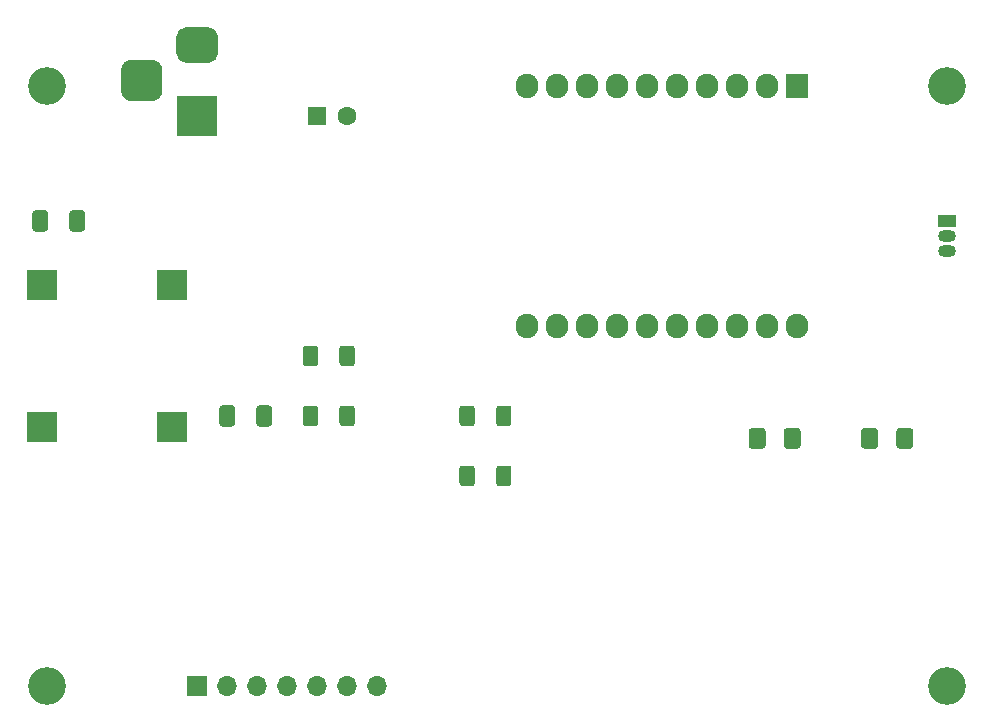
<source format=gbr>
From 751e664a28892fd92694abf3d821d068013e9453 Mon Sep 17 00:00:00 2001
From: Blaise Thompson <blaise@untzag.com>
Date: Mon, 8 Mar 2021 13:21:37 -0600
Subject: initial commit

---
 gerber/weather-F_Mask.gbr | 546 ++++++++++++++++++++++++++++++++++++++++++++++
 1 file changed, 546 insertions(+)
 create mode 100644 gerber/weather-F_Mask.gbr

(limited to 'gerber/weather-F_Mask.gbr')

diff --git a/gerber/weather-F_Mask.gbr b/gerber/weather-F_Mask.gbr
new file mode 100644
index 0000000..4af8ae8
--- /dev/null
+++ b/gerber/weather-F_Mask.gbr
@@ -0,0 +1,546 @@
+%TF.GenerationSoftware,KiCad,Pcbnew,5.1.8+dfsg1-1+b1*%
+%TF.CreationDate,2020-12-29T15:19:21-06:00*%
+%TF.ProjectId,weather,77656174-6865-4722-9e6b-696361645f70,1.1.0*%
+%TF.SameCoordinates,Original*%
+%TF.FileFunction,Soldermask,Top*%
+%TF.FilePolarity,Negative*%
+%FSLAX46Y46*%
+G04 Gerber Fmt 4.6, Leading zero omitted, Abs format (unit mm)*
+G04 Created by KiCad (PCBNEW 5.1.8+dfsg1-1+b1) date 2020-12-29 15:19:21*
+%MOMM*%
+%LPD*%
+G01*
+G04 APERTURE LIST*
+%ADD10C,1.600000*%
+%ADD11R,1.600000X1.600000*%
+%ADD12R,2.500000X2.500000*%
+%ADD13R,1.500000X1.050000*%
+%ADD14O,1.500000X1.050000*%
+%ADD15O,1.700000X1.700000*%
+%ADD16R,1.700000X1.700000*%
+%ADD17R,3.500000X3.500000*%
+%ADD18O,1.900000X2.100000*%
+%ADD19R,1.900000X2.100000*%
+%ADD20C,3.200000*%
+G04 APERTURE END LIST*
+D10*
+%TO.C,C1*%
+X76160000Y-53340000D03*
+D11*
+X73660000Y-53340000D03*
+%TD*%
+D12*
+%TO.C,PS1*%
+X50380000Y-79660000D03*
+X61380000Y-79660000D03*
+X61380000Y-67660000D03*
+X50380000Y-67660000D03*
+%TD*%
+%TO.C,R4*%
+G36*
+G01*
+X75550000Y-79365001D02*
+X75550000Y-78114999D01*
+G75*
+G02*
+X75799999Y-77865000I249999J0D01*
+G01*
+X76600001Y-77865000D01*
+G75*
+G02*
+X76850000Y-78114999I0J-249999D01*
+G01*
+X76850000Y-79365001D01*
+G75*
+G02*
+X76600001Y-79615000I-249999J0D01*
+G01*
+X75799999Y-79615000D01*
+G75*
+G02*
+X75550000Y-79365001I0J249999D01*
+G01*
+G37*
+G36*
+G01*
+X72450000Y-79365001D02*
+X72450000Y-78114999D01*
+G75*
+G02*
+X72699999Y-77865000I249999J0D01*
+G01*
+X73500001Y-77865000D01*
+G75*
+G02*
+X73750000Y-78114999I0J-249999D01*
+G01*
+X73750000Y-79365001D01*
+G75*
+G02*
+X73500001Y-79615000I-249999J0D01*
+G01*
+X72699999Y-79615000D01*
+G75*
+G02*
+X72450000Y-79365001I0J249999D01*
+G01*
+G37*
+%TD*%
+%TO.C,R3*%
+G36*
+G01*
+X75550000Y-74285001D02*
+X75550000Y-73034999D01*
+G75*
+G02*
+X75799999Y-72785000I249999J0D01*
+G01*
+X76600001Y-72785000D01*
+G75*
+G02*
+X76850000Y-73034999I0J-249999D01*
+G01*
+X76850000Y-74285001D01*
+G75*
+G02*
+X76600001Y-74535000I-249999J0D01*
+G01*
+X75799999Y-74535000D01*
+G75*
+G02*
+X75550000Y-74285001I0J249999D01*
+G01*
+G37*
+G36*
+G01*
+X72450000Y-74285001D02*
+X72450000Y-73034999D01*
+G75*
+G02*
+X72699999Y-72785000I249999J0D01*
+G01*
+X73500001Y-72785000D01*
+G75*
+G02*
+X73750000Y-73034999I0J-249999D01*
+G01*
+X73750000Y-74285001D01*
+G75*
+G02*
+X73500001Y-74535000I-249999J0D01*
+G01*
+X72699999Y-74535000D01*
+G75*
+G02*
+X72450000Y-74285001I0J249999D01*
+G01*
+G37*
+%TD*%
+D13*
+%TO.C,Q1*%
+X127000000Y-62230000D03*
+D14*
+X127000000Y-64770000D03*
+X127000000Y-63500000D03*
+%TD*%
+%TO.C,C3*%
+G36*
+G01*
+X68502500Y-79390003D02*
+X68502500Y-78089997D01*
+G75*
+G02*
+X68752497Y-77840000I249997J0D01*
+G01*
+X69577503Y-77840000D01*
+G75*
+G02*
+X69827500Y-78089997I0J-249997D01*
+G01*
+X69827500Y-79390003D01*
+G75*
+G02*
+X69577503Y-79640000I-249997J0D01*
+G01*
+X68752497Y-79640000D01*
+G75*
+G02*
+X68502500Y-79390003I0J249997D01*
+G01*
+G37*
+G36*
+G01*
+X65377500Y-79390003D02*
+X65377500Y-78089997D01*
+G75*
+G02*
+X65627497Y-77840000I249997J0D01*
+G01*
+X66452503Y-77840000D01*
+G75*
+G02*
+X66702500Y-78089997I0J-249997D01*
+G01*
+X66702500Y-79390003D01*
+G75*
+G02*
+X66452503Y-79640000I-249997J0D01*
+G01*
+X65627497Y-79640000D01*
+G75*
+G02*
+X65377500Y-79390003I0J249997D01*
+G01*
+G37*
+%TD*%
+%TO.C,C2*%
+G36*
+G01*
+X52677500Y-62880003D02*
+X52677500Y-61579997D01*
+G75*
+G02*
+X52927497Y-61330000I249997J0D01*
+G01*
+X53752503Y-61330000D01*
+G75*
+G02*
+X54002500Y-61579997I0J-249997D01*
+G01*
+X54002500Y-62880003D01*
+G75*
+G02*
+X53752503Y-63130000I-249997J0D01*
+G01*
+X52927497Y-63130000D01*
+G75*
+G02*
+X52677500Y-62880003I0J249997D01*
+G01*
+G37*
+G36*
+G01*
+X49552500Y-62880003D02*
+X49552500Y-61579997D01*
+G75*
+G02*
+X49802497Y-61330000I249997J0D01*
+G01*
+X50627503Y-61330000D01*
+G75*
+G02*
+X50877500Y-61579997I0J-249997D01*
+G01*
+X50877500Y-62880003D01*
+G75*
+G02*
+X50627503Y-63130000I-249997J0D01*
+G01*
+X49802497Y-63130000D01*
+G75*
+G02*
+X49552500Y-62880003I0J249997D01*
+G01*
+G37*
+%TD*%
+%TO.C,R2*%
+G36*
+G01*
+X88810000Y-84445001D02*
+X88810000Y-83194999D01*
+G75*
+G02*
+X89059999Y-82945000I249999J0D01*
+G01*
+X89860001Y-82945000D01*
+G75*
+G02*
+X90110000Y-83194999I0J-249999D01*
+G01*
+X90110000Y-84445001D01*
+G75*
+G02*
+X89860001Y-84695000I-249999J0D01*
+G01*
+X89059999Y-84695000D01*
+G75*
+G02*
+X88810000Y-84445001I0J249999D01*
+G01*
+G37*
+G36*
+G01*
+X85710000Y-84445001D02*
+X85710000Y-83194999D01*
+G75*
+G02*
+X85959999Y-82945000I249999J0D01*
+G01*
+X86760001Y-82945000D01*
+G75*
+G02*
+X87010000Y-83194999I0J-249999D01*
+G01*
+X87010000Y-84445001D01*
+G75*
+G02*
+X86760001Y-84695000I-249999J0D01*
+G01*
+X85959999Y-84695000D01*
+G75*
+G02*
+X85710000Y-84445001I0J249999D01*
+G01*
+G37*
+%TD*%
+%TO.C,R1*%
+G36*
+G01*
+X88810000Y-79365001D02*
+X88810000Y-78114999D01*
+G75*
+G02*
+X89059999Y-77865000I249999J0D01*
+G01*
+X89860001Y-77865000D01*
+G75*
+G02*
+X90110000Y-78114999I0J-249999D01*
+G01*
+X90110000Y-79365001D01*
+G75*
+G02*
+X89860001Y-79615000I-249999J0D01*
+G01*
+X89059999Y-79615000D01*
+G75*
+G02*
+X88810000Y-79365001I0J249999D01*
+G01*
+G37*
+G36*
+G01*
+X85710000Y-79365001D02*
+X85710000Y-78114999D01*
+G75*
+G02*
+X85959999Y-77865000I249999J0D01*
+G01*
+X86760001Y-77865000D01*
+G75*
+G02*
+X87010000Y-78114999I0J-249999D01*
+G01*
+X87010000Y-79365001D01*
+G75*
+G02*
+X86760001Y-79615000I-249999J0D01*
+G01*
+X85959999Y-79615000D01*
+G75*
+G02*
+X85710000Y-79365001I0J249999D01*
+G01*
+G37*
+%TD*%
+%TO.C,D2*%
+G36*
+G01*
+X121145000Y-80020000D02*
+X121145000Y-81270000D01*
+G75*
+G02*
+X120895000Y-81520000I-250000J0D01*
+G01*
+X119970000Y-81520000D01*
+G75*
+G02*
+X119720000Y-81270000I0J250000D01*
+G01*
+X119720000Y-80020000D01*
+G75*
+G02*
+X119970000Y-79770000I250000J0D01*
+G01*
+X120895000Y-79770000D01*
+G75*
+G02*
+X121145000Y-80020000I0J-250000D01*
+G01*
+G37*
+G36*
+G01*
+X124120000Y-80020000D02*
+X124120000Y-81270000D01*
+G75*
+G02*
+X123870000Y-81520000I-250000J0D01*
+G01*
+X122945000Y-81520000D01*
+G75*
+G02*
+X122695000Y-81270000I0J250000D01*
+G01*
+X122695000Y-80020000D01*
+G75*
+G02*
+X122945000Y-79770000I250000J0D01*
+G01*
+X123870000Y-79770000D01*
+G75*
+G02*
+X124120000Y-80020000I0J-250000D01*
+G01*
+G37*
+%TD*%
+%TO.C,D1*%
+G36*
+G01*
+X111620000Y-80020000D02*
+X111620000Y-81270000D01*
+G75*
+G02*
+X111370000Y-81520000I-250000J0D01*
+G01*
+X110445000Y-81520000D01*
+G75*
+G02*
+X110195000Y-81270000I0J250000D01*
+G01*
+X110195000Y-80020000D01*
+G75*
+G02*
+X110445000Y-79770000I250000J0D01*
+G01*
+X111370000Y-79770000D01*
+G75*
+G02*
+X111620000Y-80020000I0J-250000D01*
+G01*
+G37*
+G36*
+G01*
+X114595000Y-80020000D02*
+X114595000Y-81270000D01*
+G75*
+G02*
+X114345000Y-81520000I-250000J0D01*
+G01*
+X113420000Y-81520000D01*
+G75*
+G02*
+X113170000Y-81270000I0J250000D01*
+G01*
+X113170000Y-80020000D01*
+G75*
+G02*
+X113420000Y-79770000I250000J0D01*
+G01*
+X114345000Y-79770000D01*
+G75*
+G02*
+X114595000Y-80020000I0J-250000D01*
+G01*
+G37*
+%TD*%
+D15*
+%TO.C,U1*%
+X78740000Y-101600000D03*
+X76200000Y-101600000D03*
+X73660000Y-101600000D03*
+X71120000Y-101600000D03*
+X68580000Y-101600000D03*
+X66040000Y-101600000D03*
+D16*
+X63500000Y-101600000D03*
+%TD*%
+%TO.C,J1*%
+G36*
+G01*
+X57925000Y-48590000D02*
+X59675000Y-48590000D01*
+G75*
+G02*
+X60550000Y-49465000I0J-875000D01*
+G01*
+X60550000Y-51215000D01*
+G75*
+G02*
+X59675000Y-52090000I-875000J0D01*
+G01*
+X57925000Y-52090000D01*
+G75*
+G02*
+X57050000Y-51215000I0J875000D01*
+G01*
+X57050000Y-49465000D01*
+G75*
+G02*
+X57925000Y-48590000I875000J0D01*
+G01*
+G37*
+G36*
+G01*
+X62500000Y-45840000D02*
+X64500000Y-45840000D01*
+G75*
+G02*
+X65250000Y-46590000I0J-750000D01*
+G01*
+X65250000Y-48090000D01*
+G75*
+G02*
+X64500000Y-48840000I-750000J0D01*
+G01*
+X62500000Y-48840000D01*
+G75*
+G02*
+X61750000Y-48090000I0J750000D01*
+G01*
+X61750000Y-46590000D01*
+G75*
+G02*
+X62500000Y-45840000I750000J0D01*
+G01*
+G37*
+D17*
+X63500000Y-53340000D03*
+%TD*%
+D18*
+%TO.C,A1*%
+X91440000Y-71120000D03*
+X91440000Y-50800000D03*
+X93980000Y-71120000D03*
+X93980000Y-50800000D03*
+X96520000Y-71120000D03*
+X96520000Y-50800000D03*
+X99060000Y-71120000D03*
+X99060000Y-50800000D03*
+X101600000Y-71120000D03*
+X101600000Y-50800000D03*
+X104140000Y-71120000D03*
+X104140000Y-50800000D03*
+X106680000Y-71120000D03*
+X106680000Y-50800000D03*
+X109220000Y-71120000D03*
+X109220000Y-50800000D03*
+X111760000Y-71120000D03*
+X111760000Y-50800000D03*
+X114300000Y-71120000D03*
+D19*
+X114300000Y-50800000D03*
+%TD*%
+D20*
+%TO.C,REF\u002A\u002A*%
+X127000000Y-50800000D03*
+%TD*%
+%TO.C,REF\u002A\u002A*%
+X127000000Y-101600000D03*
+%TD*%
+%TO.C,REF\u002A\u002A*%
+X50800000Y-101600000D03*
+%TD*%
+%TO.C,REF\u002A\u002A*%
+X50800000Y-50800000D03*
+%TD*%
+M02*
-- 
cgit v1.2.3


</source>
